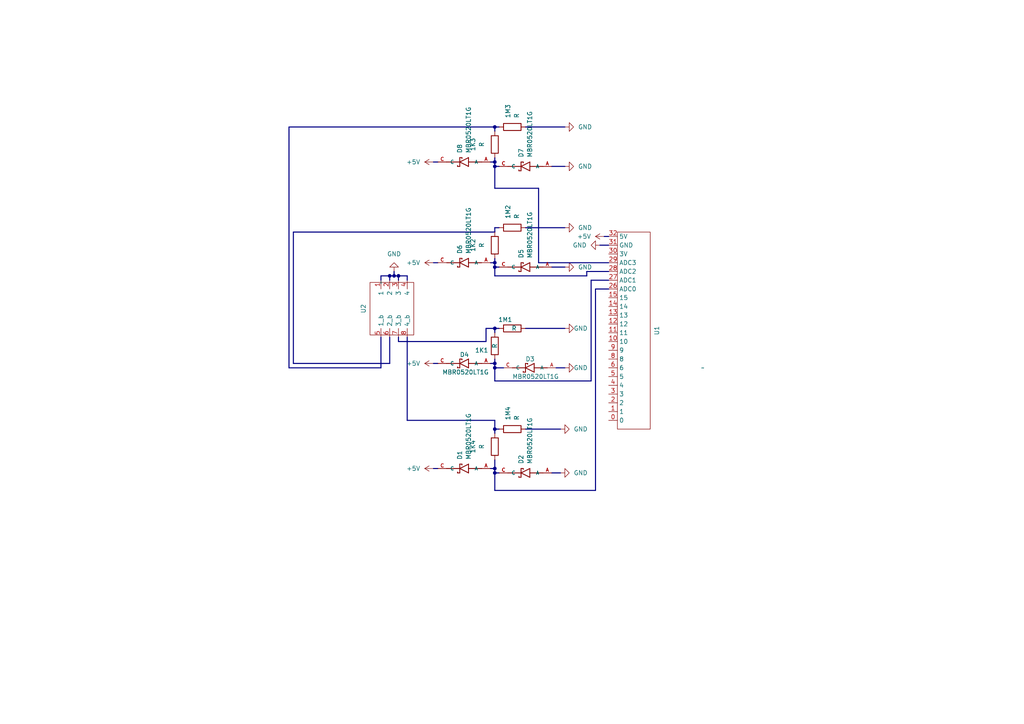
<source format=kicad_sch>
(kicad_sch (version 20230121) (generator eeschema)

  (uuid d5349b21-8d62-4bfe-9239-33fea9f6707b)

  (paper "A4")

  (lib_symbols
    (symbol "Device:R" (pin_numbers hide) (pin_names (offset 0)) (in_bom yes) (on_board yes)
      (property "Reference" "R" (at 2.032 0 90)
        (effects (font (size 1.27 1.27)))
      )
      (property "Value" "R" (at 0 0 90)
        (effects (font (size 1.27 1.27)))
      )
      (property "Footprint" "" (at -1.778 0 90)
        (effects (font (size 1.27 1.27)) hide)
      )
      (property "Datasheet" "~" (at 0 0 0)
        (effects (font (size 1.27 1.27)) hide)
      )
      (property "ki_keywords" "R res resistor" (at 0 0 0)
        (effects (font (size 1.27 1.27)) hide)
      )
      (property "ki_description" "Resistor" (at 0 0 0)
        (effects (font (size 1.27 1.27)) hide)
      )
      (property "ki_fp_filters" "R_*" (at 0 0 0)
        (effects (font (size 1.27 1.27)) hide)
      )
      (symbol "R_0_1"
        (rectangle (start -1.016 -2.54) (end 1.016 2.54)
          (stroke (width 0.254) (type default))
          (fill (type none))
        )
      )
      (symbol "R_1_1"
        (pin passive line (at 0 3.81 270) (length 1.27)
          (name "~" (effects (font (size 1.27 1.27))))
          (number "1" (effects (font (size 1.27 1.27))))
        )
        (pin passive line (at 0 -3.81 90) (length 1.27)
          (name "~" (effects (font (size 1.27 1.27))))
          (number "2" (effects (font (size 1.27 1.27))))
        )
      )
    )
    (symbol "MBR0520LT1G:MBR0520LT1G" (pin_names (offset 1.016)) (in_bom yes) (on_board yes)
      (property "Reference" "D" (at -3.5571 1.9056 0)
        (effects (font (size 1.27 1.27)) (justify left bottom))
      )
      (property "Value" "MBR0520LT1G" (at -3.5607 -3.4335 0)
        (effects (font (size 1.27 1.27)) (justify left bottom))
      )
      (property "Footprint" "MBR0520LT1G:SOD3716X135N" (at 0 0 0)
        (effects (font (size 1.27 1.27)) (justify bottom) hide)
      )
      (property "Datasheet" "" (at 0 0 0)
        (effects (font (size 1.27 1.27)) hide)
      )
      (property "MF" "ON Semiconductor" (at 0 0 0)
        (effects (font (size 1.27 1.27)) (justify bottom) hide)
      )
      (property "Description" "\n                        \n                            Diode Schottky 20 V 500mA Surface Mount SOD-123\n                        \n" (at 0 0 0)
        (effects (font (size 1.27 1.27)) (justify bottom) hide)
      )
      (property "Package" "SOD-123-2 ON Semiconductor" (at 0 0 0)
        (effects (font (size 1.27 1.27)) (justify bottom) hide)
      )
      (property "Price" "None" (at 0 0 0)
        (effects (font (size 1.27 1.27)) (justify bottom) hide)
      )
      (property "Check_prices" "https://www.snapeda.com/parts/MBR0520LT1G/Onsemi/view-part/?ref=eda" (at 0 0 0)
        (effects (font (size 1.27 1.27)) (justify bottom) hide)
      )
      (property "SnapEDA_Link" "https://www.snapeda.com/parts/MBR0520LT1G/Onsemi/view-part/?ref=snap" (at 0 0 0)
        (effects (font (size 1.27 1.27)) (justify bottom) hide)
      )
      (property "MP" "MBR0520LT1G" (at 0 0 0)
        (effects (font (size 1.27 1.27)) (justify bottom) hide)
      )
      (property "Availability" "In Stock" (at 0 0 0)
        (effects (font (size 1.27 1.27)) (justify bottom) hide)
      )
      (property "MANUFACTURER" "ON Semiconductor" (at 0 0 0)
        (effects (font (size 1.27 1.27)) (justify bottom) hide)
      )
      (symbol "MBR0520LT1G_0_0"
        (polyline
          (pts
            (xy -5.08 0)
            (xy -1.27 0)
          )
          (stroke (width 0.254) (type default))
          (fill (type none))
        )
        (polyline
          (pts
            (xy -1.27 -1.27)
            (xy 1.27 0)
          )
          (stroke (width 0.254) (type default))
          (fill (type none))
        )
        (polyline
          (pts
            (xy -1.27 0)
            (xy -1.27 -1.27)
          )
          (stroke (width 0.254) (type default))
          (fill (type none))
        )
        (polyline
          (pts
            (xy -1.27 1.27)
            (xy -1.27 0)
          )
          (stroke (width 0.254) (type default))
          (fill (type none))
        )
        (polyline
          (pts
            (xy 0.635 -1.016)
            (xy 0.635 -1.27)
          )
          (stroke (width 0.254) (type default))
          (fill (type none))
        )
        (polyline
          (pts
            (xy 1.27 -1.27)
            (xy 0.635 -1.27)
          )
          (stroke (width 0.254) (type default))
          (fill (type none))
        )
        (polyline
          (pts
            (xy 1.27 0)
            (xy -1.27 1.27)
          )
          (stroke (width 0.254) (type default))
          (fill (type none))
        )
        (polyline
          (pts
            (xy 1.27 0)
            (xy 1.27 -1.27)
          )
          (stroke (width 0.254) (type default))
          (fill (type none))
        )
        (polyline
          (pts
            (xy 1.27 0)
            (xy 5.08 0)
          )
          (stroke (width 0.254) (type default))
          (fill (type none))
        )
        (polyline
          (pts
            (xy 1.27 1.27)
            (xy 1.27 0)
          )
          (stroke (width 0.254) (type default))
          (fill (type none))
        )
        (polyline
          (pts
            (xy 1.905 1.27)
            (xy 1.27 1.27)
          )
          (stroke (width 0.254) (type default))
          (fill (type none))
        )
        (polyline
          (pts
            (xy 1.905 1.27)
            (xy 1.905 1.016)
          )
          (stroke (width 0.254) (type default))
          (fill (type none))
        )
        (pin passive line (at -7.62 0 0) (length 2.54)
          (name "A" (effects (font (size 1.016 1.016))))
          (number "A" (effects (font (size 1.016 1.016))))
        )
        (pin passive line (at 7.62 0 180) (length 2.54)
          (name "C" (effects (font (size 1.016 1.016))))
          (number "C" (effects (font (size 1.016 1.016))))
        )
      )
    )
    (symbol "power:+5V" (power) (pin_names (offset 0)) (in_bom yes) (on_board yes)
      (property "Reference" "#PWR" (at 0 -3.81 0)
        (effects (font (size 1.27 1.27)) hide)
      )
      (property "Value" "+5V" (at 0 3.556 0)
        (effects (font (size 1.27 1.27)))
      )
      (property "Footprint" "" (at 0 0 0)
        (effects (font (size 1.27 1.27)) hide)
      )
      (property "Datasheet" "" (at 0 0 0)
        (effects (font (size 1.27 1.27)) hide)
      )
      (property "ki_keywords" "global power" (at 0 0 0)
        (effects (font (size 1.27 1.27)) hide)
      )
      (property "ki_description" "Power symbol creates a global label with name \"+5V\"" (at 0 0 0)
        (effects (font (size 1.27 1.27)) hide)
      )
      (symbol "+5V_0_1"
        (polyline
          (pts
            (xy -0.762 1.27)
            (xy 0 2.54)
          )
          (stroke (width 0) (type default))
          (fill (type none))
        )
        (polyline
          (pts
            (xy 0 0)
            (xy 0 2.54)
          )
          (stroke (width 0) (type default))
          (fill (type none))
        )
        (polyline
          (pts
            (xy 0 2.54)
            (xy 0.762 1.27)
          )
          (stroke (width 0) (type default))
          (fill (type none))
        )
      )
      (symbol "+5V_1_1"
        (pin power_in line (at 0 0 90) (length 0) hide
          (name "+5V" (effects (font (size 1.27 1.27))))
          (number "1" (effects (font (size 1.27 1.27))))
        )
      )
    )
    (symbol "power:GND" (power) (pin_names (offset 0)) (in_bom yes) (on_board yes)
      (property "Reference" "#PWR" (at 0 -6.35 0)
        (effects (font (size 1.27 1.27)) hide)
      )
      (property "Value" "GND" (at 0 -3.81 0)
        (effects (font (size 1.27 1.27)))
      )
      (property "Footprint" "" (at 0 0 0)
        (effects (font (size 1.27 1.27)) hide)
      )
      (property "Datasheet" "" (at 0 0 0)
        (effects (font (size 1.27 1.27)) hide)
      )
      (property "ki_keywords" "global power" (at 0 0 0)
        (effects (font (size 1.27 1.27)) hide)
      )
      (property "ki_description" "Power symbol creates a global label with name \"GND\" , ground" (at 0 0 0)
        (effects (font (size 1.27 1.27)) hide)
      )
      (symbol "GND_0_1"
        (polyline
          (pts
            (xy 0 0)
            (xy 0 -1.27)
            (xy 1.27 -1.27)
            (xy 0 -2.54)
            (xy -1.27 -1.27)
            (xy 0 -1.27)
          )
          (stroke (width 0) (type default))
          (fill (type none))
        )
      )
      (symbol "GND_1_1"
        (pin power_in line (at 0 0 270) (length 0) hide
          (name "GND" (effects (font (size 1.27 1.27))))
          (number "1" (effects (font (size 1.27 1.27))))
        )
      )
    )
    (symbol "自作_Library:4*2pinHeader" (in_bom yes) (on_board yes)
      (property "Reference" "U" (at -0.635 8.89 0)
        (effects (font (size 1.27 1.27)))
      )
      (property "Value" "" (at 6.985 3.81 0)
        (effects (font (size 1.27 1.27)))
      )
      (property "Footprint" "" (at 6.985 3.81 0)
        (effects (font (size 1.27 1.27)) hide)
      )
      (property "Datasheet" "" (at 6.985 3.81 0)
        (effects (font (size 1.27 1.27)) hide)
      )
      (symbol "4*2pinHeader_0_1"
        (rectangle (start -8.255 6.985) (end 6.985 -5.715)
          (stroke (width 0) (type default))
          (fill (type none))
        )
      )
      (symbol "4*2pinHeader_1_1"
        (pin output line (at 7.62 3.81 180) (length 2.54)
          (name "1" (effects (font (size 1.27 1.27))))
          (number "1" (effects (font (size 1.27 1.27))))
        )
        (pin output line (at 7.62 1.27 180) (length 2.54)
          (name "2" (effects (font (size 1.27 1.27))))
          (number "2" (effects (font (size 1.27 1.27))))
        )
        (pin output line (at 7.62 -1.27 180) (length 2.54)
          (name "3" (effects (font (size 1.27 1.27))))
          (number "3" (effects (font (size 1.27 1.27))))
        )
        (pin output line (at 7.62 -3.81 180) (length 2.54)
          (name "4" (effects (font (size 1.27 1.27))))
          (number "4" (effects (font (size 1.27 1.27))))
        )
        (pin output line (at -8.89 3.81 0) (length 2.54)
          (name "1_b" (effects (font (size 1.27 1.27))))
          (number "5" (effects (font (size 1.27 1.27))))
        )
        (pin output line (at -8.89 1.27 0) (length 2.54)
          (name "2_b" (effects (font (size 1.27 1.27))))
          (number "6" (effects (font (size 1.27 1.27))))
        )
        (pin output line (at -8.89 -1.27 0) (length 2.54)
          (name "3_b" (effects (font (size 1.27 1.27))))
          (number "7" (effects (font (size 1.27 1.27))))
        )
        (pin output line (at -8.89 -3.81 0) (length 2.54)
          (name "4_b" (effects (font (size 1.27 1.27))))
          (number "8" (effects (font (size 1.27 1.27))))
        )
      )
    )
    (symbol "自作_Library:rp2040_micro_board" (in_bom yes) (on_board yes)
      (property "Reference" "U" (at 0.635 27.305 0)
        (effects (font (size 1.27 1.27)))
      )
      (property "Value" "" (at -19.685 7.62 0)
        (effects (font (size 1.27 1.27)))
      )
      (property "Footprint" "" (at -19.685 7.62 0)
        (effects (font (size 1.27 1.27)) hide)
      )
      (property "Datasheet" "" (at -19.685 7.62 0)
        (effects (font (size 1.27 1.27)) hide)
      )
      (symbol "rp2040_micro_board_0_1"
        (rectangle (start -4.445 25.4) (end 5.08 -31.75)
          (stroke (width 0) (type default))
          (fill (type none))
        )
      )
      (symbol "rp2040_micro_board_1_1"
        (pin input line (at 7.62 22.86 180) (length 2.54)
          (name "0" (effects (font (size 1.27 1.27))))
          (number "0" (effects (font (size 1.27 1.27))))
        )
        (pin input line (at 7.62 20.32 180) (length 2.54)
          (name "1" (effects (font (size 1.27 1.27))))
          (number "1" (effects (font (size 1.27 1.27))))
        )
        (pin input line (at 7.62 0 180) (length 2.54)
          (name "10" (effects (font (size 1.27 1.27))))
          (number "10" (effects (font (size 1.27 1.27))))
        )
        (pin input line (at 7.62 -2.54 180) (length 2.54)
          (name "11" (effects (font (size 1.27 1.27))))
          (number "11" (effects (font (size 1.27 1.27))))
        )
        (pin input line (at 7.62 -5.08 180) (length 2.54)
          (name "12" (effects (font (size 1.27 1.27))))
          (number "12" (effects (font (size 1.27 1.27))))
        )
        (pin input line (at 7.62 -7.62 180) (length 2.54)
          (name "13" (effects (font (size 1.27 1.27))))
          (number "13" (effects (font (size 1.27 1.27))))
        )
        (pin input line (at 7.62 -10.16 180) (length 2.54)
          (name "14" (effects (font (size 1.27 1.27))))
          (number "14" (effects (font (size 1.27 1.27))))
        )
        (pin input line (at 7.62 -12.7 180) (length 2.54)
          (name "15" (effects (font (size 1.27 1.27))))
          (number "15" (effects (font (size 1.27 1.27))))
        )
        (pin input line (at 7.62 17.78 180) (length 2.54)
          (name "2" (effects (font (size 1.27 1.27))))
          (number "2" (effects (font (size 1.27 1.27))))
        )
        (pin input line (at 7.62 -15.24 180) (length 2.54)
          (name "ADC0" (effects (font (size 1.27 1.27))))
          (number "26" (effects (font (size 1.27 1.27))))
        )
        (pin input line (at 7.62 -17.78 180) (length 2.54)
          (name "ADC1" (effects (font (size 1.27 1.27))))
          (number "27" (effects (font (size 1.27 1.27))))
        )
        (pin input line (at 7.62 -20.32 180) (length 2.54)
          (name "ADC2" (effects (font (size 1.27 1.27))))
          (number "28" (effects (font (size 1.27 1.27))))
        )
        (pin input line (at 7.62 -22.86 180) (length 2.54)
          (name "ADC3" (effects (font (size 1.27 1.27))))
          (number "29" (effects (font (size 1.27 1.27))))
        )
        (pin input line (at 7.62 15.24 180) (length 2.54)
          (name "3" (effects (font (size 1.27 1.27))))
          (number "3" (effects (font (size 1.27 1.27))))
        )
        (pin power_out line (at 7.62 -25.4 180) (length 2.54)
          (name "3V" (effects (font (size 1.27 1.27))))
          (number "30" (effects (font (size 1.27 1.27))))
        )
        (pin power_out line (at 7.62 -27.94 180) (length 2.54)
          (name "GND" (effects (font (size 1.27 1.27))))
          (number "31" (effects (font (size 1.27 1.27))))
        )
        (pin power_out line (at 7.62 -30.48 180) (length 2.54)
          (name "5V" (effects (font (size 1.27 1.27))))
          (number "32" (effects (font (size 1.27 1.27))))
        )
        (pin input line (at 7.62 12.7 180) (length 2.54)
          (name "4" (effects (font (size 1.27 1.27))))
          (number "4" (effects (font (size 1.27 1.27))))
        )
        (pin input line (at 7.62 10.16 180) (length 2.54)
          (name "5" (effects (font (size 1.27 1.27))))
          (number "5" (effects (font (size 1.27 1.27))))
        )
        (pin input line (at 7.62 7.62 180) (length 2.54)
          (name "6" (effects (font (size 1.27 1.27))))
          (number "6" (effects (font (size 1.27 1.27))))
        )
        (pin input line (at 7.62 5.08 180) (length 2.54)
          (name "8" (effects (font (size 1.27 1.27))))
          (number "8" (effects (font (size 1.27 1.27))))
        )
        (pin input line (at 7.62 2.54 180) (length 2.54)
          (name "9" (effects (font (size 1.27 1.27))))
          (number "9" (effects (font (size 1.27 1.27))))
        )
      )
    )
  )

  (junction (at 113.03 80.01) (diameter 0) (color 0 0 0 0)
    (uuid 087250be-ef96-41e7-a317-9cc175d3db3c)
  )
  (junction (at 143.51 76.2) (diameter 0) (color 0 0 0 0)
    (uuid 0ed0804d-daad-45fd-bc14-28e12f89e983)
  )
  (junction (at 115.57 80.01) (diameter 0) (color 0 0 0 0)
    (uuid 131e8b79-f78b-4b2c-ad91-d4537c13d27e)
  )
  (junction (at 143.51 95.25) (diameter 0) (color 0 0 0 0)
    (uuid 1dc2623f-9530-4e54-927b-e887455c0368)
  )
  (junction (at 143.51 105.41) (diameter 0) (color 0 0 0 0)
    (uuid 2dc994bb-747d-42da-99e4-2aa08fe18f6b)
  )
  (junction (at 143.51 77.47) (diameter 0) (color 0 0 0 0)
    (uuid 35ea7917-2320-43e5-944c-bd7daecc10ac)
  )
  (junction (at 143.51 135.89) (diameter 0) (color 0 0 0 0)
    (uuid 434083ff-a54a-4074-9f3d-533a8bf39857)
  )
  (junction (at 143.51 36.83) (diameter 0) (color 0 0 0 0)
    (uuid 618bef85-27ab-4c00-98bf-4f8a94fbaafe)
  )
  (junction (at 143.51 48.26) (diameter 0) (color 0 0 0 0)
    (uuid 6fdae7bf-3ed0-4af1-b2ee-62f597d7f578)
  )
  (junction (at 143.51 124.46) (diameter 0) (color 0 0 0 0)
    (uuid 9bc17a7f-cd66-4329-92cd-c71320798af1)
  )
  (junction (at 114.3 80.01) (diameter 0) (color 0 0 0 0)
    (uuid a9bc5f3f-a012-45d8-a408-acabc37ae0e9)
  )
  (junction (at 143.51 106.68) (diameter 0) (color 0 0 0 0)
    (uuid aaf3406f-cb40-4a37-b39a-7643b43988e7)
  )
  (junction (at 143.51 137.16) (diameter 0) (color 0 0 0 0)
    (uuid d5078fb4-0073-4c81-a28c-989ad9979b3f)
  )
  (junction (at 143.51 46.99) (diameter 0) (color 0 0 0 0)
    (uuid ed182a5e-dc0f-411a-816a-676574c2d5ff)
  )

  (bus (pts (xy 118.11 121.92) (xy 143.51 121.92))
    (stroke (width 0) (type default))
    (uuid 0073e213-9df0-4036-bed4-22b1b50c6161)
  )
  (bus (pts (xy 143.51 76.2) (xy 143.51 74.93))
    (stroke (width 0) (type default))
    (uuid 017e0caa-3dd0-4caa-8d46-06fc73e34c36)
  )
  (bus (pts (xy 143.51 110.49) (xy 143.51 106.68))
    (stroke (width 0) (type default))
    (uuid 099878de-3537-40dd-af26-0be189fa7ce6)
  )
  (bus (pts (xy 143.51 54.61) (xy 143.51 48.26))
    (stroke (width 0) (type default))
    (uuid 0ec3373c-59bb-40e3-90b8-b88a544dea3b)
  )
  (bus (pts (xy 140.97 99.06) (xy 115.57 99.06))
    (stroke (width 0) (type default))
    (uuid 133c7ba9-ec72-40d1-83dc-5b3363b0d8c0)
  )
  (bus (pts (xy 143.51 66.04) (xy 144.78 66.04))
    (stroke (width 0) (type default))
    (uuid 17896073-0e8b-43fb-be7e-c77ac5813cbf)
  )
  (bus (pts (xy 114.3 80.01) (xy 115.57 80.01))
    (stroke (width 0) (type default))
    (uuid 1ad82ad6-b181-4547-be64-3911f36e48db)
  )
  (bus (pts (xy 160.02 77.47) (xy 163.83 77.47))
    (stroke (width 0) (type default))
    (uuid 1cc273e9-50aa-4d7d-a775-1723da940e1a)
  )
  (bus (pts (xy 152.4 95.25) (xy 163.83 95.25))
    (stroke (width 0) (type default))
    (uuid 1f073e28-7f78-4806-843b-12dc7471423f)
  )
  (bus (pts (xy 143.51 36.83) (xy 83.82 36.83))
    (stroke (width 0) (type default))
    (uuid 1f560169-7e89-48d3-a4f3-4338ee4a6427)
  )
  (bus (pts (xy 118.11 81.28) (xy 118.11 80.01))
    (stroke (width 0) (type default))
    (uuid 250db9eb-74e8-4ec6-9511-afa40dadc35e)
  )
  (bus (pts (xy 171.45 110.49) (xy 143.51 110.49))
    (stroke (width 0) (type default))
    (uuid 25eb2d63-09a4-4e66-a0f8-9b0f317b40da)
  )
  (bus (pts (xy 85.09 105.41) (xy 85.09 67.31))
    (stroke (width 0) (type default))
    (uuid 29d43816-5a78-4f68-92ea-56b247985815)
  )
  (bus (pts (xy 115.57 99.06) (xy 115.57 97.79))
    (stroke (width 0) (type default))
    (uuid 2bc0044e-668e-498d-9bb0-ff2053a5675d)
  )
  (bus (pts (xy 113.03 80.01) (xy 114.3 80.01))
    (stroke (width 0) (type default))
    (uuid 323ec5f3-d282-4b0b-a2c1-c063f743a5f0)
  )
  (bus (pts (xy 170.18 80.01) (xy 170.18 78.74))
    (stroke (width 0) (type default))
    (uuid 38de29f7-587d-4b19-9504-7bf9a008f0a0)
  )
  (bus (pts (xy 152.4 124.46) (xy 162.56 124.46))
    (stroke (width 0) (type default))
    (uuid 3c8edbd5-dcb8-4fa0-b477-51a356d4f9ff)
  )
  (bus (pts (xy 173.99 71.12) (xy 176.53 71.12))
    (stroke (width 0) (type default))
    (uuid 3d683606-70d0-4e40-9096-9928836b7d4d)
  )
  (bus (pts (xy 143.51 124.46) (xy 143.51 121.92))
    (stroke (width 0) (type default))
    (uuid 40c14c14-6de5-4f2a-ab07-7ec3f6fd0f5e)
  )
  (bus (pts (xy 83.82 106.68) (xy 83.82 36.83))
    (stroke (width 0) (type default))
    (uuid 4216b6c1-cb9e-45a1-bff7-8b4306dd96a8)
  )
  (bus (pts (xy 113.03 81.28) (xy 113.03 80.01))
    (stroke (width 0) (type default))
    (uuid 42dd1347-4fa6-4a07-b335-016becea45c2)
  )
  (bus (pts (xy 125.73 135.89) (xy 127 135.89))
    (stroke (width 0) (type default))
    (uuid 49c24e40-36a1-4a0d-b491-3209bf8af7a1)
  )
  (bus (pts (xy 143.51 96.52) (xy 143.51 95.25))
    (stroke (width 0) (type default))
    (uuid 4a80923b-ef4b-4706-b846-4efcd7bb44e8)
  )
  (bus (pts (xy 115.57 80.01) (xy 118.11 80.01))
    (stroke (width 0) (type default))
    (uuid 4cd536b8-4772-4f4d-a1fa-31e56029d724)
  )
  (bus (pts (xy 85.09 105.41) (xy 113.03 105.41))
    (stroke (width 0) (type default))
    (uuid 56602a71-3a2b-4177-8567-934248b4de96)
  )
  (bus (pts (xy 110.49 81.28) (xy 110.49 80.01))
    (stroke (width 0) (type default))
    (uuid 58c701ed-9208-47a2-a7b8-db8f276418b6)
  )
  (bus (pts (xy 83.82 106.68) (xy 110.49 106.68))
    (stroke (width 0) (type default))
    (uuid 59ab756a-191c-4af1-978a-ad2afce2200c)
  )
  (bus (pts (xy 176.53 76.2) (xy 156.21 76.2))
    (stroke (width 0) (type default))
    (uuid 5ba730a2-3a5c-4b61-a576-3cf6fa5583c8)
  )
  (bus (pts (xy 176.53 83.82) (xy 172.72 83.82))
    (stroke (width 0) (type default))
    (uuid 5eaa3e23-9c07-4d1c-a505-65053d005bba)
  )
  (bus (pts (xy 143.51 142.24) (xy 172.72 142.24))
    (stroke (width 0) (type default))
    (uuid 64677757-7f27-4734-a4b7-fc0fb626ff06)
  )
  (bus (pts (xy 152.4 36.83) (xy 163.83 36.83))
    (stroke (width 0) (type default))
    (uuid 66d426d2-2da0-4860-ba66-4d0d4ba5b3e3)
  )
  (bus (pts (xy 143.51 105.41) (xy 143.51 104.14))
    (stroke (width 0) (type default))
    (uuid 66fc94af-5d48-458b-adc2-f19b92d079e9)
  )
  (bus (pts (xy 110.49 106.68) (xy 110.49 97.79))
    (stroke (width 0) (type default))
    (uuid 696de3ec-3dfa-4520-aec5-5e7bd9a48942)
  )
  (bus (pts (xy 156.21 54.61) (xy 143.51 54.61))
    (stroke (width 0) (type default))
    (uuid 6e21de3e-bf7b-4146-8e65-b8b354a3c08b)
  )
  (bus (pts (xy 143.51 77.47) (xy 143.51 76.2))
    (stroke (width 0) (type default))
    (uuid 71588a13-8bd3-4027-86c4-5771d48e347e)
  )
  (bus (pts (xy 143.51 38.1) (xy 143.51 36.83))
    (stroke (width 0) (type default))
    (uuid 71ee33c7-d9b2-415d-9a8c-b61e8e8f3c77)
  )
  (bus (pts (xy 142.24 76.2) (xy 143.51 76.2))
    (stroke (width 0) (type default))
    (uuid 71fb5ff2-3b82-4332-9c0f-2fb5d1e42e48)
  )
  (bus (pts (xy 142.24 105.41) (xy 143.51 105.41))
    (stroke (width 0) (type default))
    (uuid 733279da-aea8-493a-b66a-163909186085)
  )
  (bus (pts (xy 143.51 80.01) (xy 170.18 80.01))
    (stroke (width 0) (type default))
    (uuid 74cd4da7-58c9-4e8a-b4a0-8da9b8e027e9)
  )
  (bus (pts (xy 143.51 67.31) (xy 85.09 67.31))
    (stroke (width 0) (type default))
    (uuid 7bdca484-1d79-464a-9302-b0f1ffd3e8ba)
  )
  (bus (pts (xy 156.21 76.2) (xy 156.21 54.61))
    (stroke (width 0) (type default))
    (uuid 80b94e6a-970f-428c-85e3-d7a5b14052b3)
  )
  (bus (pts (xy 142.24 46.99) (xy 143.51 46.99))
    (stroke (width 0) (type default))
    (uuid 836acfbc-a528-4e8c-99e0-418bfb0a9307)
  )
  (bus (pts (xy 143.51 106.68) (xy 143.51 105.41))
    (stroke (width 0) (type default))
    (uuid 84f98b5f-7e1e-484b-9b5e-aec0e0a149ec)
  )
  (bus (pts (xy 143.51 135.89) (xy 143.51 133.35))
    (stroke (width 0) (type default))
    (uuid 8924c862-2936-412d-96b2-abe532dcf181)
  )
  (bus (pts (xy 143.51 137.16) (xy 143.51 142.24))
    (stroke (width 0) (type default))
    (uuid 8d7f1a35-0593-4766-a498-179007e761d8)
  )
  (bus (pts (xy 175.26 68.58) (xy 176.53 68.58))
    (stroke (width 0) (type default))
    (uuid 8e44d44b-46d3-4307-8ade-b2f03bb62aaf)
  )
  (bus (pts (xy 143.51 48.26) (xy 143.51 46.99))
    (stroke (width 0) (type default))
    (uuid 8feaa0e3-477f-4f46-a94e-647a6725091b)
  )
  (bus (pts (xy 140.97 95.25) (xy 140.97 99.06))
    (stroke (width 0) (type default))
    (uuid 93330088-2389-4e47-98b3-0a5169278713)
  )
  (bus (pts (xy 142.24 135.89) (xy 143.51 135.89))
    (stroke (width 0) (type default))
    (uuid 99bd2d46-2c17-4c16-9c8a-0be1ef6c74fb)
  )
  (bus (pts (xy 171.45 81.28) (xy 171.45 110.49))
    (stroke (width 0) (type default))
    (uuid a2c152bd-66c8-4e2b-913e-fc1aa4b52b29)
  )
  (bus (pts (xy 172.72 83.82) (xy 172.72 142.24))
    (stroke (width 0) (type default))
    (uuid a5c70fb1-dae9-4d9f-97f1-3c862883cb79)
  )
  (bus (pts (xy 125.73 76.2) (xy 127 76.2))
    (stroke (width 0) (type default))
    (uuid a5dff0d2-2822-4a54-b17d-1f6fcba7678f)
  )
  (bus (pts (xy 143.51 95.25) (xy 140.97 95.25))
    (stroke (width 0) (type default))
    (uuid a72fbfc1-1dce-4243-a0b8-e865f4a396b5)
  )
  (bus (pts (xy 113.03 105.41) (xy 113.03 97.79))
    (stroke (width 0) (type default))
    (uuid adeb9cac-aade-495c-80ce-feb0fcc3645c)
  )
  (bus (pts (xy 143.51 137.16) (xy 144.78 137.16))
    (stroke (width 0) (type default))
    (uuid b5c73fc6-2186-4cf9-8235-823fef7fc7f4)
  )
  (bus (pts (xy 114.3 78.74) (xy 114.3 80.01))
    (stroke (width 0) (type default))
    (uuid b6484bd9-821b-4c46-ae91-a22b910c1c4a)
  )
  (bus (pts (xy 143.51 106.68) (xy 146.05 106.68))
    (stroke (width 0) (type default))
    (uuid b6775264-2b83-41ec-a808-fe1297a25323)
  )
  (bus (pts (xy 143.51 46.99) (xy 143.51 45.72))
    (stroke (width 0) (type default))
    (uuid b77cc9e5-2282-4670-b737-0e26b03928a4)
  )
  (bus (pts (xy 143.51 137.16) (xy 143.51 135.89))
    (stroke (width 0) (type default))
    (uuid b7ea63b7-0290-4d84-b80d-409e78772533)
  )
  (bus (pts (xy 125.73 46.99) (xy 127 46.99))
    (stroke (width 0) (type default))
    (uuid ba431892-b494-46e1-bae0-1d534412cef6)
  )
  (bus (pts (xy 152.4 66.04) (xy 163.83 66.04))
    (stroke (width 0) (type default))
    (uuid bb0dc0a2-9fdd-4ba1-9e4e-083a31251ed4)
  )
  (bus (pts (xy 160.02 48.26) (xy 163.83 48.26))
    (stroke (width 0) (type default))
    (uuid bb8aabe7-aa08-4731-9d10-3bb412c2fdff)
  )
  (bus (pts (xy 110.49 80.01) (xy 113.03 80.01))
    (stroke (width 0) (type default))
    (uuid c1f29903-bd1b-44e4-851d-000f16331056)
  )
  (bus (pts (xy 176.53 78.74) (xy 170.18 78.74))
    (stroke (width 0) (type default))
    (uuid c82f3586-9f35-4b29-ac6d-41d85d8aad5e)
  )
  (bus (pts (xy 115.57 81.28) (xy 115.57 80.01))
    (stroke (width 0) (type default))
    (uuid c9e346d3-e14b-407f-86c5-bcd2d8157361)
  )
  (bus (pts (xy 161.29 106.68) (xy 163.83 106.68))
    (stroke (width 0) (type default))
    (uuid cf06a72d-ac2b-48a1-a780-42604f800341)
  )
  (bus (pts (xy 143.51 67.31) (xy 143.51 66.04))
    (stroke (width 0) (type default))
    (uuid d2ad88d3-4f56-4577-a395-169248e87e11)
  )
  (bus (pts (xy 125.73 105.41) (xy 127 105.41))
    (stroke (width 0) (type default))
    (uuid d44f966c-a8e9-4059-aa0e-dc550ce17714)
  )
  (bus (pts (xy 176.53 81.28) (xy 171.45 81.28))
    (stroke (width 0) (type default))
    (uuid dd06c540-3183-488b-86b1-a4c3411a6629)
  )
  (bus (pts (xy 143.51 36.83) (xy 144.78 36.83))
    (stroke (width 0) (type default))
    (uuid de28acd7-b987-4e38-8936-a09fa0819e01)
  )
  (bus (pts (xy 143.51 124.46) (xy 144.78 124.46))
    (stroke (width 0) (type default))
    (uuid e1be76b8-ae34-4d88-a846-b965bb416f5d)
  )
  (bus (pts (xy 118.11 121.92) (xy 118.11 97.79))
    (stroke (width 0) (type default))
    (uuid e6b71b73-9007-4764-98ff-e6a91a43909b)
  )
  (bus (pts (xy 143.51 125.73) (xy 143.51 124.46))
    (stroke (width 0) (type default))
    (uuid eb8389b6-4afa-43c8-a756-61893bbb402e)
  )
  (bus (pts (xy 143.51 80.01) (xy 143.51 77.47))
    (stroke (width 0) (type default))
    (uuid ec05cc20-70cf-4c1c-a368-5e2750d32999)
  )
  (bus (pts (xy 160.02 137.16) (xy 162.56 137.16))
    (stroke (width 0) (type default))
    (uuid eda18f25-eac2-4520-88a7-4b3e2c6e878d)
  )
  (bus (pts (xy 143.51 95.25) (xy 144.78 95.25))
    (stroke (width 0) (type default))
    (uuid f1fda6c1-e1cb-4fc9-a886-81bcdda69c9a)
  )
  (bus (pts (xy 143.51 48.26) (xy 144.78 48.26))
    (stroke (width 0) (type default))
    (uuid f39bf4d5-5a96-4f46-b034-6bbcbbe11c34)
  )
  (bus (pts (xy 143.51 77.47) (xy 144.78 77.47))
    (stroke (width 0) (type default))
    (uuid fab08cc9-df9f-4f56-abde-6ea57ec753a5)
  )

  (symbol (lib_id "power:GND") (at 163.83 95.25 90) (unit 1)
    (in_bom yes) (on_board yes) (dnp no)
    (uuid 0a275191-4e36-40a0-9bb7-ecd97956c71d)
    (property "Reference" "#PWR012" (at 170.18 95.25 0)
      (effects (font (size 1.27 1.27)) hide)
    )
    (property "Value" "GND" (at 166.37 95.25 90)
      (effects (font (size 1.27 1.27)) (justify right))
    )
    (property "Footprint" "" (at 163.83 95.25 0)
      (effects (font (size 1.27 1.27)) hide)
    )
    (property "Datasheet" "" (at 163.83 95.25 0)
      (effects (font (size 1.27 1.27)) hide)
    )
    (pin "1" (uuid 7126c4e6-6e41-4829-999a-e2c7310832c1))
    (instances
      (project "Rp2040_v1.1"
        (path "/d5349b21-8d62-4bfe-9239-33fea9f6707b"
          (reference "#PWR012") (unit 1)
        )
      )
    )
  )

  (symbol (lib_id "MBR0520LT1G:MBR0520LT1G") (at 153.67 106.68 180) (unit 1)
    (in_bom yes) (on_board yes) (dnp no)
    (uuid 0e41cb7f-120b-4b2f-bd25-9568bfac2940)
    (property "Reference" "D3" (at 152.4 104.14 0)
      (effects (font (size 1.27 1.27)) (justify right))
    )
    (property "Value" "MBR0520LT1G" (at 148.59 109.22 0)
      (effects (font (size 1.27 1.27)) (justify right))
    )
    (property "Footprint" "RP2040_minimal_r2:SOD3716X135N" (at 153.67 106.68 0)
      (effects (font (size 1.27 1.27)) (justify bottom) hide)
    )
    (property "Datasheet" "" (at 153.67 106.68 0)
      (effects (font (size 1.27 1.27)) hide)
    )
    (property "MF" "ON Semiconductor" (at 153.67 106.68 0)
      (effects (font (size 1.27 1.27)) (justify bottom) hide)
    )
    (property "Description" "\n                        \n                            Diode Schottky 20 V 500mA Surface Mount SOD-123\n                        \n" (at 153.67 106.68 0)
      (effects (font (size 1.27 1.27)) (justify bottom) hide)
    )
    (property "Package" "SOD-123-2 ON Semiconductor" (at 153.67 106.68 0)
      (effects (font (size 1.27 1.27)) (justify bottom) hide)
    )
    (property "Price" "None" (at 153.67 106.68 0)
      (effects (font (size 1.27 1.27)) (justify bottom) hide)
    )
    (property "Check_prices" "https://www.snapeda.com/parts/MBR0520LT1G/Onsemi/view-part/?ref=eda" (at 153.67 106.68 0)
      (effects (font (size 1.27 1.27)) (justify bottom) hide)
    )
    (property "SnapEDA_Link" "https://www.snapeda.com/parts/MBR0520LT1G/Onsemi/view-part/?ref=snap" (at 153.67 106.68 0)
      (effects (font (size 1.27 1.27)) (justify bottom) hide)
    )
    (property "MP" "MBR0520LT1G" (at 153.67 106.68 0)
      (effects (font (size 1.27 1.27)) (justify bottom) hide)
    )
    (property "Availability" "In Stock" (at 153.67 106.68 0)
      (effects (font (size 1.27 1.27)) (justify bottom) hide)
    )
    (property "MANUFACTURER" "ON Semiconductor" (at 153.67 106.68 0)
      (effects (font (size 1.27 1.27)) (justify bottom) hide)
    )
    (pin "C" (uuid 54b3f4e0-2076-409a-8933-a289234138c2))
    (pin "A" (uuid 6f88e10c-4138-49d9-8ac3-a4ce772064f7))
    (instances
      (project "Rp2040_v1.1"
        (path "/d5349b21-8d62-4bfe-9239-33fea9f6707b"
          (reference "D3") (unit 1)
        )
      )
    )
  )

  (symbol (lib_id "power:+5V") (at 125.73 46.99 90) (unit 1)
    (in_bom yes) (on_board yes) (dnp no) (fields_autoplaced)
    (uuid 195cbfde-cd0e-436d-b97d-1b7535fe2121)
    (property "Reference" "#PWR02" (at 129.54 46.99 0)
      (effects (font (size 1.27 1.27)) hide)
    )
    (property "Value" "+5V" (at 121.92 46.99 90)
      (effects (font (size 1.27 1.27)) (justify left))
    )
    (property "Footprint" "" (at 125.73 46.99 0)
      (effects (font (size 1.27 1.27)) hide)
    )
    (property "Datasheet" "" (at 125.73 46.99 0)
      (effects (font (size 1.27 1.27)) hide)
    )
    (pin "1" (uuid 4cb59e9d-a11b-4f4c-982b-89026766e5df))
    (instances
      (project "Rp2040_v1.1"
        (path "/d5349b21-8d62-4bfe-9239-33fea9f6707b"
          (reference "#PWR02") (unit 1)
        )
      )
    )
  )

  (symbol (lib_id "Device:R") (at 143.51 41.91 180) (unit 1)
    (in_bom yes) (on_board yes) (dnp no) (fields_autoplaced)
    (uuid 255a9b1a-66d2-4425-ab39-386ccb18fa85)
    (property "Reference" "1K3" (at 137.16 41.91 90)
      (effects (font (size 1.27 1.27)))
    )
    (property "Value" "R" (at 139.7 41.91 90)
      (effects (font (size 1.27 1.27)))
    )
    (property "Footprint" "Resistor_SMD:R_0805_2012Metric" (at 145.288 41.91 90)
      (effects (font (size 1.27 1.27)) hide)
    )
    (property "Datasheet" "~" (at 143.51 41.91 0)
      (effects (font (size 1.27 1.27)) hide)
    )
    (pin "2" (uuid 06c5d537-213c-4f1f-bbf6-fafb68c680ef))
    (pin "1" (uuid fb646a17-fd90-495d-926b-af28a8845fed))
    (instances
      (project "Rp2040_v1.1"
        (path "/d5349b21-8d62-4bfe-9239-33fea9f6707b"
          (reference "1K3") (unit 1)
        )
      )
    )
  )

  (symbol (lib_id "MBR0520LT1G:MBR0520LT1G") (at 134.62 46.99 180) (unit 1)
    (in_bom yes) (on_board yes) (dnp no) (fields_autoplaced)
    (uuid 2b0ea4d9-7d90-4a7d-be4e-e47974854ecd)
    (property "Reference" "D8" (at 133.35 44.45 90)
      (effects (font (size 1.27 1.27)) (justify right))
    )
    (property "Value" "MBR0520LT1G" (at 135.89 44.45 90)
      (effects (font (size 1.27 1.27)) (justify right))
    )
    (property "Footprint" "RP2040_minimal_r2:SOD3716X135N" (at 134.62 46.99 0)
      (effects (font (size 1.27 1.27)) (justify bottom) hide)
    )
    (property "Datasheet" "" (at 134.62 46.99 0)
      (effects (font (size 1.27 1.27)) hide)
    )
    (property "MF" "ON Semiconductor" (at 134.62 46.99 0)
      (effects (font (size 1.27 1.27)) (justify bottom) hide)
    )
    (property "Description" "\n                        \n                            Diode Schottky 20 V 500mA Surface Mount SOD-123\n                        \n" (at 134.62 46.99 0)
      (effects (font (size 1.27 1.27)) (justify bottom) hide)
    )
    (property "Package" "SOD-123-2 ON Semiconductor" (at 134.62 46.99 0)
      (effects (font (size 1.27 1.27)) (justify bottom) hide)
    )
    (property "Price" "None" (at 134.62 46.99 0)
      (effects (font (size 1.27 1.27)) (justify bottom) hide)
    )
    (property "Check_prices" "https://www.snapeda.com/parts/MBR0520LT1G/Onsemi/view-part/?ref=eda" (at 134.62 46.99 0)
      (effects (font (size 1.27 1.27)) (justify bottom) hide)
    )
    (property "SnapEDA_Link" "https://www.snapeda.com/parts/MBR0520LT1G/Onsemi/view-part/?ref=snap" (at 134.62 46.99 0)
      (effects (font (size 1.27 1.27)) (justify bottom) hide)
    )
    (property "MP" "MBR0520LT1G" (at 134.62 46.99 0)
      (effects (font (size 1.27 1.27)) (justify bottom) hide)
    )
    (property "Availability" "In Stock" (at 134.62 46.99 0)
      (effects (font (size 1.27 1.27)) (justify bottom) hide)
    )
    (property "MANUFACTURER" "ON Semiconductor" (at 134.62 46.99 0)
      (effects (font (size 1.27 1.27)) (justify bottom) hide)
    )
    (pin "C" (uuid 92d4dd9c-c693-4dcd-9b06-fa61889d8c90))
    (pin "A" (uuid bfd2d89c-8e37-4671-8a5c-bb35a1a95183))
    (instances
      (project "Rp2040_v1.1"
        (path "/d5349b21-8d62-4bfe-9239-33fea9f6707b"
          (reference "D8") (unit 1)
        )
      )
    )
  )

  (symbol (lib_id "MBR0520LT1G:MBR0520LT1G") (at 152.4 137.16 180) (unit 1)
    (in_bom yes) (on_board yes) (dnp no) (fields_autoplaced)
    (uuid 3f361c8a-30b8-4d31-ae32-fd92c22af334)
    (property "Reference" "D2" (at 151.13 134.62 90)
      (effects (font (size 1.27 1.27)) (justify right))
    )
    (property "Value" "MBR0520LT1G" (at 153.67 134.62 90)
      (effects (font (size 1.27 1.27)) (justify right))
    )
    (property "Footprint" "RP2040_minimal_r2:SOD3716X135N" (at 152.4 137.16 0)
      (effects (font (size 1.27 1.27)) (justify bottom) hide)
    )
    (property "Datasheet" "" (at 152.4 137.16 0)
      (effects (font (size 1.27 1.27)) hide)
    )
    (property "MF" "ON Semiconductor" (at 152.4 137.16 0)
      (effects (font (size 1.27 1.27)) (justify bottom) hide)
    )
    (property "Description" "\n                        \n                            Diode Schottky 20 V 500mA Surface Mount SOD-123\n                        \n" (at 152.4 137.16 0)
      (effects (font (size 1.27 1.27)) (justify bottom) hide)
    )
    (property "Package" "SOD-123-2 ON Semiconductor" (at 152.4 137.16 0)
      (effects (font (size 1.27 1.27)) (justify bottom) hide)
    )
    (property "Price" "None" (at 152.4 137.16 0)
      (effects (font (size 1.27 1.27)) (justify bottom) hide)
    )
    (property "Check_prices" "https://www.snapeda.com/parts/MBR0520LT1G/Onsemi/view-part/?ref=eda" (at 152.4 137.16 0)
      (effects (font (size 1.27 1.27)) (justify bottom) hide)
    )
    (property "SnapEDA_Link" "https://www.snapeda.com/parts/MBR0520LT1G/Onsemi/view-part/?ref=snap" (at 152.4 137.16 0)
      (effects (font (size 1.27 1.27)) (justify bottom) hide)
    )
    (property "MP" "MBR0520LT1G" (at 152.4 137.16 0)
      (effects (font (size 1.27 1.27)) (justify bottom) hide)
    )
    (property "Availability" "In Stock" (at 152.4 137.16 0)
      (effects (font (size 1.27 1.27)) (justify bottom) hide)
    )
    (property "MANUFACTURER" "ON Semiconductor" (at 152.4 137.16 0)
      (effects (font (size 1.27 1.27)) (justify bottom) hide)
    )
    (pin "C" (uuid b9035420-63cf-40c5-95af-55193e0fa133))
    (pin "A" (uuid 104132c9-971b-4754-9d5c-6780f91aed52))
    (instances
      (project "Rp2040_v1.1"
        (path "/d5349b21-8d62-4bfe-9239-33fea9f6707b"
          (reference "D2") (unit 1)
        )
      )
    )
  )

  (symbol (lib_id "自作_Library:4*2pinHeader") (at 114.3 88.9 90) (unit 1)
    (in_bom yes) (on_board yes) (dnp no) (fields_autoplaced)
    (uuid 440bd656-5efb-4116-9603-b7014f3bbf5d)
    (property "Reference" "U2" (at 105.41 89.535 0)
      (effects (font (size 1.27 1.27)))
    )
    (property "Value" "~" (at 110.49 81.915 0)
      (effects (font (size 1.27 1.27)))
    )
    (property "Footprint" "Library 自作:PinHeader_2x4_P2.54mm" (at 110.49 81.915 0)
      (effects (font (size 1.27 1.27)) hide)
    )
    (property "Datasheet" "" (at 110.49 81.915 0)
      (effects (font (size 1.27 1.27)) hide)
    )
    (pin "1" (uuid 9306b67b-addf-450e-bf4f-17ed5d460f1e))
    (pin "4" (uuid 70f5aa65-098b-4c59-a282-456a0de2ec93))
    (pin "2" (uuid 44423fd3-3c96-4ff1-b4db-447f0d9c2f21))
    (pin "3" (uuid 23ccfd1c-579e-4dfb-9499-6a5addb59a59))
    (pin "7" (uuid 59da5bec-295b-4c23-b3a4-4c1474ff0749))
    (pin "5" (uuid bdbd06b2-fd39-48bb-9f64-a227fd0bf207))
    (pin "6" (uuid 03ce9f9f-07c8-4a64-8d7b-0c4520d669d6))
    (pin "8" (uuid 5950d253-91a7-4623-9490-ba3b516a8ecb))
    (instances
      (project "Rp2040_v1.1"
        (path "/d5349b21-8d62-4bfe-9239-33fea9f6707b"
          (reference "U2") (unit 1)
        )
      )
    )
  )

  (symbol (lib_id "power:GND") (at 162.56 137.16 90) (unit 1)
    (in_bom yes) (on_board yes) (dnp no) (fields_autoplaced)
    (uuid 4767472d-f48c-45d4-b042-54d8868cd1c4)
    (property "Reference" "#PWR015" (at 168.91 137.16 0)
      (effects (font (size 1.27 1.27)) hide)
    )
    (property "Value" "GND" (at 166.37 137.16 90)
      (effects (font (size 1.27 1.27)) (justify right))
    )
    (property "Footprint" "" (at 162.56 137.16 0)
      (effects (font (size 1.27 1.27)) hide)
    )
    (property "Datasheet" "" (at 162.56 137.16 0)
      (effects (font (size 1.27 1.27)) hide)
    )
    (pin "1" (uuid 03ec44e7-5fc0-48a6-b500-967785d4ebf9))
    (instances
      (project "Rp2040_v1.1"
        (path "/d5349b21-8d62-4bfe-9239-33fea9f6707b"
          (reference "#PWR015") (unit 1)
        )
      )
    )
  )

  (symbol (lib_id "power:GND") (at 163.83 66.04 90) (unit 1)
    (in_bom yes) (on_board yes) (dnp no) (fields_autoplaced)
    (uuid 4c5ece3f-23a6-41ee-989e-a5215f3dc670)
    (property "Reference" "#PWR010" (at 170.18 66.04 0)
      (effects (font (size 1.27 1.27)) hide)
    )
    (property "Value" "GND" (at 167.64 66.04 90)
      (effects (font (size 1.27 1.27)) (justify right))
    )
    (property "Footprint" "" (at 163.83 66.04 0)
      (effects (font (size 1.27 1.27)) hide)
    )
    (property "Datasheet" "" (at 163.83 66.04 0)
      (effects (font (size 1.27 1.27)) hide)
    )
    (pin "1" (uuid b2aa5e3f-a194-4546-a3a0-48e84cb8dff7))
    (instances
      (project "Rp2040_v1.1"
        (path "/d5349b21-8d62-4bfe-9239-33fea9f6707b"
          (reference "#PWR010") (unit 1)
        )
      )
    )
  )

  (symbol (lib_id "power:+5V") (at 125.73 76.2 90) (unit 1)
    (in_bom yes) (on_board yes) (dnp no) (fields_autoplaced)
    (uuid 5c8924a0-11b4-4f70-a4fc-689f18f9468e)
    (property "Reference" "#PWR03" (at 129.54 76.2 0)
      (effects (font (size 1.27 1.27)) hide)
    )
    (property "Value" "+5V" (at 121.92 76.2 90)
      (effects (font (size 1.27 1.27)) (justify left))
    )
    (property "Footprint" "" (at 125.73 76.2 0)
      (effects (font (size 1.27 1.27)) hide)
    )
    (property "Datasheet" "" (at 125.73 76.2 0)
      (effects (font (size 1.27 1.27)) hide)
    )
    (pin "1" (uuid e86492e8-d3e9-402f-aa49-5b8aeefb3300))
    (instances
      (project "Rp2040_v1.1"
        (path "/d5349b21-8d62-4bfe-9239-33fea9f6707b"
          (reference "#PWR03") (unit 1)
        )
      )
    )
  )

  (symbol (lib_id "Device:R") (at 148.59 124.46 90) (unit 1)
    (in_bom yes) (on_board yes) (dnp no) (fields_autoplaced)
    (uuid 75a34d07-8d14-47be-8f1e-2ae1713d18d9)
    (property "Reference" "1M4" (at 147.32 121.92 0)
      (effects (font (size 1.27 1.27)) (justify left))
    )
    (property "Value" "R" (at 149.86 121.92 0)
      (effects (font (size 1.27 1.27)) (justify left))
    )
    (property "Footprint" "Resistor_SMD:R_0805_2012Metric" (at 148.59 126.238 90)
      (effects (font (size 1.27 1.27)) hide)
    )
    (property "Datasheet" "~" (at 148.59 124.46 0)
      (effects (font (size 1.27 1.27)) hide)
    )
    (pin "2" (uuid 5dc17bb6-75dc-4e96-b1f0-3122e49e62b4))
    (pin "1" (uuid 3c291f4f-10e4-4024-b163-20fae4e889d4))
    (instances
      (project "Rp2040_v1.1"
        (path "/d5349b21-8d62-4bfe-9239-33fea9f6707b"
          (reference "1M4") (unit 1)
        )
      )
    )
  )

  (symbol (lib_id "power:GND") (at 163.83 48.26 90) (unit 1)
    (in_bom yes) (on_board yes) (dnp no) (fields_autoplaced)
    (uuid 77807d2b-c5a6-4ed2-98be-934bd0995659)
    (property "Reference" "#PWR09" (at 170.18 48.26 0)
      (effects (font (size 1.27 1.27)) hide)
    )
    (property "Value" "GND" (at 167.64 48.26 90)
      (effects (font (size 1.27 1.27)) (justify right))
    )
    (property "Footprint" "" (at 163.83 48.26 0)
      (effects (font (size 1.27 1.27)) hide)
    )
    (property "Datasheet" "" (at 163.83 48.26 0)
      (effects (font (size 1.27 1.27)) hide)
    )
    (pin "1" (uuid 66a985f5-42dc-4128-88a0-537f51662e92))
    (instances
      (project "Rp2040_v1.1"
        (path "/d5349b21-8d62-4bfe-9239-33fea9f6707b"
          (reference "#PWR09") (unit 1)
        )
      )
    )
  )

  (symbol (lib_id "power:GND") (at 114.3 78.74 180) (unit 1)
    (in_bom yes) (on_board yes) (dnp no) (fields_autoplaced)
    (uuid 7a712722-ea70-4315-a7b3-33451ff3dacd)
    (property "Reference" "#PWR06" (at 114.3 72.39 0)
      (effects (font (size 1.27 1.27)) hide)
    )
    (property "Value" "GND" (at 114.3 73.66 0)
      (effects (font (size 1.27 1.27)))
    )
    (property "Footprint" "" (at 114.3 78.74 0)
      (effects (font (size 1.27 1.27)) hide)
    )
    (property "Datasheet" "" (at 114.3 78.74 0)
      (effects (font (size 1.27 1.27)) hide)
    )
    (pin "1" (uuid 76dd8f4c-3579-44e9-a77a-b555726e7392))
    (instances
      (project "Rp2040_v1.1"
        (path "/d5349b21-8d62-4bfe-9239-33fea9f6707b"
          (reference "#PWR06") (unit 1)
        )
      )
    )
  )

  (symbol (lib_id "power:GND") (at 163.83 36.83 90) (unit 1)
    (in_bom yes) (on_board yes) (dnp no) (fields_autoplaced)
    (uuid 7ad82766-5810-41a0-957f-dd6e34f1a80e)
    (property "Reference" "#PWR08" (at 170.18 36.83 0)
      (effects (font (size 1.27 1.27)) hide)
    )
    (property "Value" "GND" (at 167.64 36.83 90)
      (effects (font (size 1.27 1.27)) (justify right))
    )
    (property "Footprint" "" (at 163.83 36.83 0)
      (effects (font (size 1.27 1.27)) hide)
    )
    (property "Datasheet" "" (at 163.83 36.83 0)
      (effects (font (size 1.27 1.27)) hide)
    )
    (pin "1" (uuid 9012d226-f525-4633-964a-ae2ed39bfb9a))
    (instances
      (project "Rp2040_v1.1"
        (path "/d5349b21-8d62-4bfe-9239-33fea9f6707b"
          (reference "#PWR08") (unit 1)
        )
      )
    )
  )

  (symbol (lib_id "自作_Library:rp2040_micro_board") (at 184.15 99.06 180) (unit 1)
    (in_bom yes) (on_board yes) (dnp no) (fields_autoplaced)
    (uuid 803fba1a-7c7d-450d-a627-59737c1e6913)
    (property "Reference" "U1" (at 190.5 95.885 90)
      (effects (font (size 1.27 1.27)))
    )
    (property "Value" "~" (at 203.835 106.68 0)
      (effects (font (size 1.27 1.27)))
    )
    (property "Footprint" "Library 自作:rp2040_micro_board" (at 203.835 106.68 0)
      (effects (font (size 1.27 1.27)) hide)
    )
    (property "Datasheet" "" (at 203.835 106.68 0)
      (effects (font (size 1.27 1.27)) hide)
    )
    (pin "10" (uuid c4f885d3-fb0f-45c1-a6e8-04335a413cda))
    (pin "6" (uuid 81f0d79d-79a4-4a39-bd4c-5f21e78daa94))
    (pin "8" (uuid 1938540f-ac18-40bd-b992-f79d785fb9a5))
    (pin "27" (uuid 9cfde526-a43b-4d72-9d2a-7228509e2206))
    (pin "13" (uuid 25c049bd-2379-4ebc-9bc5-320916a041a4))
    (pin "0" (uuid 6f1cad42-72b0-4c19-a719-c69b4310a109))
    (pin "15" (uuid 1dfbdbaa-c42c-4389-b23d-b8a49dba9b88))
    (pin "26" (uuid 66ff22c5-9151-40ed-8d44-4b133aeae940))
    (pin "9" (uuid 515353dc-60bf-46ec-b4e1-3d276bf45488))
    (pin "2" (uuid 3ba34921-1f2b-4954-a51c-7263dfa3d56c))
    (pin "12" (uuid ae05f3ed-ad07-41e3-b2d9-e2cab868b4d3))
    (pin "14" (uuid 5694f70e-d1ab-4c9e-8a94-0e391e810fe5))
    (pin "28" (uuid 13102423-90f3-46dc-aa88-ed429066b03a))
    (pin "1" (uuid 29d42887-e0d5-45e5-be90-2a7e6c3d6e87))
    (pin "3" (uuid 25495b66-f6a8-4580-8558-447e9f11b220))
    (pin "30" (uuid b4c29427-b1a6-4796-a181-c5ba61215015))
    (pin "31" (uuid 2dbda527-c5f5-43c0-b928-f24ec808bdeb))
    (pin "11" (uuid b8e79e6a-932b-49b9-b549-d004e73e49be))
    (pin "4" (uuid fe584950-aa13-40db-89c5-a7bd8b0ba851))
    (pin "5" (uuid 6b3150a8-8526-492d-857e-3376d4c28f48))
    (pin "29" (uuid 0f876f6c-eec7-42ea-bd19-470ab2c55e16))
    (pin "32" (uuid b9c86548-8de8-42bb-b2a8-0c93eef44b39))
    (instances
      (project "Rp2040_v1.1"
        (path "/d5349b21-8d62-4bfe-9239-33fea9f6707b"
          (reference "U1") (unit 1)
        )
      )
    )
  )

  (symbol (lib_id "MBR0520LT1G:MBR0520LT1G") (at 134.62 76.2 180) (unit 1)
    (in_bom yes) (on_board yes) (dnp no) (fields_autoplaced)
    (uuid 81752362-610d-45bc-9b6b-c422ba3d3e01)
    (property "Reference" "D6" (at 133.35 73.66 90)
      (effects (font (size 1.27 1.27)) (justify right))
    )
    (property "Value" "MBR0520LT1G" (at 135.89 73.66 90)
      (effects (font (size 1.27 1.27)) (justify right))
    )
    (property "Footprint" "RP2040_minimal_r2:SOD3716X135N" (at 134.62 76.2 0)
      (effects (font (size 1.27 1.27)) (justify bottom) hide)
    )
    (property "Datasheet" "" (at 134.62 76.2 0)
      (effects (font (size 1.27 1.27)) hide)
    )
    (property "MF" "ON Semiconductor" (at 134.62 76.2 0)
      (effects (font (size 1.27 1.27)) (justify bottom) hide)
    )
    (property "Description" "\n                        \n                            Diode Schottky 20 V 500mA Surface Mount SOD-123\n                        \n" (at 134.62 76.2 0)
      (effects (font (size 1.27 1.27)) (justify bottom) hide)
    )
    (property "Package" "SOD-123-2 ON Semiconductor" (at 134.62 76.2 0)
      (effects (font (size 1.27 1.27)) (justify bottom) hide)
    )
    (property "Price" "None" (at 134.62 76.2 0)
      (effects (font (size 1.27 1.27)) (justify bottom) hide)
    )
    (property "Check_prices" "https://www.snapeda.com/parts/MBR0520LT1G/Onsemi/view-part/?ref=eda" (at 134.62 76.2 0)
      (effects (font (size 1.27 1.27)) (justify bottom) hide)
    )
    (property "SnapEDA_Link" "https://www.snapeda.com/parts/MBR0520LT1G/Onsemi/view-part/?ref=snap" (at 134.62 76.2 0)
      (effects (font (size 1.27 1.27)) (justify bottom) hide)
    )
    (property "MP" "MBR0520LT1G" (at 134.62 76.2 0)
      (effects (font (size 1.27 1.27)) (justify bottom) hide)
    )
    (property "Availability" "In Stock" (at 134.62 76.2 0)
      (effects (font (size 1.27 1.27)) (justify bottom) hide)
    )
    (property "MANUFACTURER" "ON Semiconductor" (at 134.62 76.2 0)
      (effects (font (size 1.27 1.27)) (justify bottom) hide)
    )
    (pin "C" (uuid 5af6fd70-d045-4d71-aa1f-9b9614f92c53))
    (pin "A" (uuid 42c47e5a-2b01-4efc-b4ae-edc6aab8449e))
    (instances
      (project "Rp2040_v1.1"
        (path "/d5349b21-8d62-4bfe-9239-33fea9f6707b"
          (reference "D6") (unit 1)
        )
      )
    )
  )

  (symbol (lib_id "power:+5V") (at 125.73 105.41 90) (unit 1)
    (in_bom yes) (on_board yes) (dnp no) (fields_autoplaced)
    (uuid 86d4fb29-0ce4-4533-8a87-45646d84e91d)
    (property "Reference" "#PWR04" (at 129.54 105.41 0)
      (effects (font (size 1.27 1.27)) hide)
    )
    (property "Value" "+5V" (at 121.92 105.41 90)
      (effects (font (size 1.27 1.27)) (justify left))
    )
    (property "Footprint" "" (at 125.73 105.41 0)
      (effects (font (size 1.27 1.27)) hide)
    )
    (property "Datasheet" "" (at 125.73 105.41 0)
      (effects (font (size 1.27 1.27)) hide)
    )
    (pin "1" (uuid 53312d21-2f5e-42c1-87ef-7a37774d4925))
    (instances
      (project "Rp2040_v1.1"
        (path "/d5349b21-8d62-4bfe-9239-33fea9f6707b"
          (reference "#PWR04") (unit 1)
        )
      )
    )
  )

  (symbol (lib_id "Device:R") (at 148.59 95.25 90) (unit 1)
    (in_bom yes) (on_board yes) (dnp no)
    (uuid 8906ad31-fa90-4f96-b52b-abb1b34e022e)
    (property "Reference" "1M1" (at 148.59 92.71 90)
      (effects (font (size 1.27 1.27)) (justify left))
    )
    (property "Value" "R" (at 149.86 95.25 90)
      (effects (font (size 1.27 1.27)) (justify left))
    )
    (property "Footprint" "Resistor_SMD:R_0805_2012Metric" (at 148.59 97.028 90)
      (effects (font (size 1.27 1.27)) hide)
    )
    (property "Datasheet" "~" (at 148.59 95.25 0)
      (effects (font (size 1.27 1.27)) hide)
    )
    (pin "2" (uuid 9e3da274-1c28-46ce-b2c8-4a7164f6265e))
    (pin "1" (uuid 9430d05c-f5ef-4a60-b8bc-bdcb04fdb50e))
    (instances
      (project "Rp2040_v1.1"
        (path "/d5349b21-8d62-4bfe-9239-33fea9f6707b"
          (reference "1M1") (unit 1)
        )
      )
    )
  )

  (symbol (lib_id "Device:R") (at 143.51 129.54 180) (unit 1)
    (in_bom yes) (on_board yes) (dnp no) (fields_autoplaced)
    (uuid 8a093842-fc22-4d0f-8966-e28ecc45f139)
    (property "Reference" "1K4" (at 137.16 129.54 90)
      (effects (font (size 1.27 1.27)))
    )
    (property "Value" "R" (at 139.7 129.54 90)
      (effects (font (size 1.27 1.27)))
    )
    (property "Footprint" "Resistor_SMD:R_0805_2012Metric" (at 145.288 129.54 90)
      (effects (font (size 1.27 1.27)) hide)
    )
    (property "Datasheet" "~" (at 143.51 129.54 0)
      (effects (font (size 1.27 1.27)) hide)
    )
    (pin "2" (uuid 8822316a-fbd0-4ccf-b449-d3596bfd2b4f))
    (pin "1" (uuid 34ce3162-8688-4788-bef2-5c9836e48ccb))
    (instances
      (project "Rp2040_v1.1"
        (path "/d5349b21-8d62-4bfe-9239-33fea9f6707b"
          (reference "1K4") (unit 1)
        )
      )
    )
  )

  (symbol (lib_id "power:+5V") (at 175.26 68.58 90) (unit 1)
    (in_bom yes) (on_board yes) (dnp no) (fields_autoplaced)
    (uuid 8a8b2cc8-28b4-4797-ba2b-0e5c95a8e0a4)
    (property "Reference" "#PWR01" (at 179.07 68.58 0)
      (effects (font (size 1.27 1.27)) hide)
    )
    (property "Value" "+5V" (at 171.45 68.58 90)
      (effects (font (size 1.27 1.27)) (justify left))
    )
    (property "Footprint" "" (at 175.26 68.58 0)
      (effects (font (size 1.27 1.27)) hide)
    )
    (property "Datasheet" "" (at 175.26 68.58 0)
      (effects (font (size 1.27 1.27)) hide)
    )
    (pin "1" (uuid 47f9ae01-4c93-49a6-b45a-78c9b9f86ee1))
    (instances
      (project "Rp2040_v1.1"
        (path "/d5349b21-8d62-4bfe-9239-33fea9f6707b"
          (reference "#PWR01") (unit 1)
        )
      )
    )
  )

  (symbol (lib_id "Device:R") (at 143.51 100.33 180) (unit 1)
    (in_bom yes) (on_board yes) (dnp no)
    (uuid 8ec6ba33-85c4-4f1f-b9cf-391915bad6fc)
    (property "Reference" "1K1" (at 139.7 101.6 0)
      (effects (font (size 1.27 1.27)))
    )
    (property "Value" "R" (at 143.51 100.33 90)
      (effects (font (size 1.27 1.27)))
    )
    (property "Footprint" "Resistor_SMD:R_0805_2012Metric" (at 145.288 100.33 90)
      (effects (font (size 1.27 1.27)) hide)
    )
    (property "Datasheet" "~" (at 143.51 100.33 0)
      (effects (font (size 1.27 1.27)) hide)
    )
    (pin "2" (uuid 95a3b824-91bb-4c14-9934-07a0837f5db8))
    (pin "1" (uuid 4c3250fb-e183-4430-bece-ce53bf3ad9fd))
    (instances
      (project "Rp2040_v1.1"
        (path "/d5349b21-8d62-4bfe-9239-33fea9f6707b"
          (reference "1K1") (unit 1)
        )
      )
    )
  )

  (symbol (lib_id "Device:R") (at 148.59 36.83 90) (unit 1)
    (in_bom yes) (on_board yes) (dnp no) (fields_autoplaced)
    (uuid 900cbc8b-699c-4581-8c56-9acb723021cc)
    (property "Reference" "1M3" (at 147.32 34.29 0)
      (effects (font (size 1.27 1.27)) (justify left))
    )
    (property "Value" "R" (at 149.86 34.29 0)
      (effects (font (size 1.27 1.27)) (justify left))
    )
    (property "Footprint" "Resistor_SMD:R_0805_2012Metric" (at 148.59 38.608 90)
      (effects (font (size 1.27 1.27)) hide)
    )
    (property "Datasheet" "~" (at 148.59 36.83 0)
      (effects (font (size 1.27 1.27)) hide)
    )
    (pin "2" (uuid e951b456-de69-40c6-a2fa-96ee2d6b7017))
    (pin "1" (uuid d3957505-2664-4613-aedb-1da56047940b))
    (instances
      (project "Rp2040_v1.1"
        (path "/d5349b21-8d62-4bfe-9239-33fea9f6707b"
          (reference "1M3") (unit 1)
        )
      )
    )
  )

  (symbol (lib_id "MBR0520LT1G:MBR0520LT1G") (at 152.4 48.26 180) (unit 1)
    (in_bom yes) (on_board yes) (dnp no) (fields_autoplaced)
    (uuid ad67be9f-8f3a-4628-9fc9-54b32930603f)
    (property "Reference" "D7" (at 151.13 45.72 90)
      (effects (font (size 1.27 1.27)) (justify right))
    )
    (property "Value" "MBR0520LT1G" (at 153.67 45.72 90)
      (effects (font (size 1.27 1.27)) (justify right))
    )
    (property "Footprint" "RP2040_minimal_r2:SOD3716X135N" (at 152.4 48.26 0)
      (effects (font (size 1.27 1.27)) (justify bottom) hide)
    )
    (property "Datasheet" "" (at 152.4 48.26 0)
      (effects (font (size 1.27 1.27)) hide)
    )
    (property "MF" "ON Semiconductor" (at 152.4 48.26 0)
      (effects (font (size 1.27 1.27)) (justify bottom) hide)
    )
    (property "Description" "\n                        \n                            Diode Schottky 20 V 500mA Surface Mount SOD-123\n                        \n" (at 152.4 48.26 0)
      (effects (font (size 1.27 1.27)) (justify bottom) hide)
    )
    (property "Package" "SOD-123-2 ON Semiconductor" (at 152.4 48.26 0)
      (effects (font (size 1.27 1.27)) (justify bottom) hide)
    )
    (property "Price" "None" (at 152.4 48.26 0)
      (effects (font (size 1.27 1.27)) (justify bottom) hide)
    )
    (property "Check_prices" "https://www.snapeda.com/parts/MBR0520LT1G/Onsemi/view-part/?ref=eda" (at 152.4 48.26 0)
      (effects (font (size 1.27 1.27)) (justify bottom) hide)
    )
    (property "SnapEDA_Link" "https://www.snapeda.com/parts/MBR0520LT1G/Onsemi/view-part/?ref=snap" (at 152.4 48.26 0)
      (effects (font (size 1.27 1.27)) (justify bottom) hide)
    )
    (property "MP" "MBR0520LT1G" (at 152.4 48.26 0)
      (effects (font (size 1.27 1.27)) (justify bottom) hide)
    )
    (property "Availability" "In Stock" (at 152.4 48.26 0)
      (effects (font (size 1.27 1.27)) (justify bottom) hide)
    )
    (property "MANUFACTURER" "ON Semiconductor" (at 152.4 48.26 0)
      (effects (font (size 1.27 1.27)) (justify bottom) hide)
    )
    (pin "C" (uuid a6436086-c3a6-473b-8898-cb901283e148))
    (pin "A" (uuid 140ce6b9-5ea7-4954-957c-66b935126d74))
    (instances
      (project "Rp2040_v1.1"
        (path "/d5349b21-8d62-4bfe-9239-33fea9f6707b"
          (reference "D7") (unit 1)
        )
      )
    )
  )

  (symbol (lib_id "power:GND") (at 163.83 106.68 90) (unit 1)
    (in_bom yes) (on_board yes) (dnp no)
    (uuid af53ba46-c9b6-498c-b6ce-7d09ba47e38d)
    (property "Reference" "#PWR013" (at 170.18 106.68 0)
      (effects (font (size 1.27 1.27)) hide)
    )
    (property "Value" "GND" (at 166.37 106.68 90)
      (effects (font (size 1.27 1.27)) (justify right))
    )
    (property "Footprint" "" (at 163.83 106.68 0)
      (effects (font (size 1.27 1.27)) hide)
    )
    (property "Datasheet" "" (at 163.83 106.68 0)
      (effects (font (size 1.27 1.27)) hide)
    )
    (pin "1" (uuid f4600259-2ffe-4f6e-8f32-4f089124eaf7))
    (instances
      (project "Rp2040_v1.1"
        (path "/d5349b21-8d62-4bfe-9239-33fea9f6707b"
          (reference "#PWR013") (unit 1)
        )
      )
    )
  )

  (symbol (lib_id "power:GND") (at 173.99 71.12 270) (unit 1)
    (in_bom yes) (on_board yes) (dnp no) (fields_autoplaced)
    (uuid b6c5904f-e891-4c5c-a31e-6d424d87147c)
    (property "Reference" "#PWR07" (at 167.64 71.12 0)
      (effects (font (size 1.27 1.27)) hide)
    )
    (property "Value" "GND" (at 170.18 71.12 90)
      (effects (font (size 1.27 1.27)) (justify right))
    )
    (property "Footprint" "" (at 173.99 71.12 0)
      (effects (font (size 1.27 1.27)) hide)
    )
    (property "Datasheet" "" (at 173.99 71.12 0)
      (effects (font (size 1.27 1.27)) hide)
    )
    (pin "1" (uuid 012fcbe8-d132-4320-a889-c75386e8128c))
    (instances
      (project "Rp2040_v1.1"
        (path "/d5349b21-8d62-4bfe-9239-33fea9f6707b"
          (reference "#PWR07") (unit 1)
        )
      )
    )
  )

  (symbol (lib_id "Device:R") (at 143.51 71.12 180) (unit 1)
    (in_bom yes) (on_board yes) (dnp no) (fields_autoplaced)
    (uuid c4b990d0-198b-4a6c-917a-7fa9499c7d75)
    (property "Reference" "1K2" (at 137.16 71.12 90)
      (effects (font (size 1.27 1.27)))
    )
    (property "Value" "R" (at 139.7 71.12 90)
      (effects (font (size 1.27 1.27)))
    )
    (property "Footprint" "Resistor_SMD:R_0805_2012Metric" (at 145.288 71.12 90)
      (effects (font (size 1.27 1.27)) hide)
    )
    (property "Datasheet" "~" (at 143.51 71.12 0)
      (effects (font (size 1.27 1.27)) hide)
    )
    (pin "2" (uuid 795ba0c9-89a5-4092-9655-eaabd51d963e))
    (pin "1" (uuid f4811dfd-8ce2-4b2f-beaa-64575971ee5d))
    (instances
      (project "Rp2040_v1.1"
        (path "/d5349b21-8d62-4bfe-9239-33fea9f6707b"
          (reference "1K2") (unit 1)
        )
      )
    )
  )

  (symbol (lib_id "Device:R") (at 148.59 66.04 90) (unit 1)
    (in_bom yes) (on_board yes) (dnp no) (fields_autoplaced)
    (uuid c937d396-9352-484b-9cae-c340436d2719)
    (property "Reference" "1M2" (at 147.32 63.5 0)
      (effects (font (size 1.27 1.27)) (justify left))
    )
    (property "Value" "R" (at 149.86 63.5 0)
      (effects (font (size 1.27 1.27)) (justify left))
    )
    (property "Footprint" "Resistor_SMD:R_0805_2012Metric" (at 148.59 67.818 90)
      (effects (font (size 1.27 1.27)) hide)
    )
    (property "Datasheet" "~" (at 148.59 66.04 0)
      (effects (font (size 1.27 1.27)) hide)
    )
    (pin "2" (uuid 64c7e849-3e98-4f2c-8da2-2a13c530de14))
    (pin "1" (uuid de1702ec-882e-4fdc-8efc-8b316c99b6ee))
    (instances
      (project "Rp2040_v1.1"
        (path "/d5349b21-8d62-4bfe-9239-33fea9f6707b"
          (reference "1M2") (unit 1)
        )
      )
    )
  )

  (symbol (lib_id "power:+5V") (at 125.73 135.89 90) (unit 1)
    (in_bom yes) (on_board yes) (dnp no) (fields_autoplaced)
    (uuid d6f1a6e1-8752-4fae-81d2-f6ca7fa311a5)
    (property "Reference" "#PWR05" (at 129.54 135.89 0)
      (effects (font (size 1.27 1.27)) hide)
    )
    (property "Value" "+5V" (at 121.92 135.89 90)
      (effects (font (size 1.27 1.27)) (justify left))
    )
    (property "Footprint" "" (at 125.73 135.89 0)
      (effects (font (size 1.27 1.27)) hide)
    )
    (property "Datasheet" "" (at 125.73 135.89 0)
      (effects (font (size 1.27 1.27)) hide)
    )
    (pin "1" (uuid a06be9ba-f1b9-4b7d-a7c1-eb6a0d2ede2b))
    (instances
      (project "Rp2040_v1.1"
        (path "/d5349b21-8d62-4bfe-9239-33fea9f6707b"
          (reference "#PWR05") (unit 1)
        )
      )
    )
  )

  (symbol (lib_id "MBR0520LT1G:MBR0520LT1G") (at 134.62 105.41 180) (unit 1)
    (in_bom yes) (on_board yes) (dnp no)
    (uuid db236a5a-fcd4-4142-8d9e-e289d9dc9280)
    (property "Reference" "D4" (at 133.35 102.87 0)
      (effects (font (size 1.27 1.27)) (justify right))
    )
    (property "Value" "MBR0520LT1G" (at 128.27 107.95 0)
      (effects (font (size 1.27 1.27)) (justify right))
    )
    (property "Footprint" "RP2040_minimal_r2:SOD3716X135N" (at 134.62 105.41 0)
      (effects (font (size 1.27 1.27)) (justify bottom) hide)
    )
    (property "Datasheet" "" (at 134.62 105.41 0)
      (effects (font (size 1.27 1.27)) hide)
    )
    (property "MF" "ON Semiconductor" (at 134.62 105.41 0)
      (effects (font (size 1.27 1.27)) (justify bottom) hide)
    )
    (property "Description" "\n                        \n                            Diode Schottky 20 V 500mA Surface Mount SOD-123\n                        \n" (at 134.62 105.41 0)
      (effects (font (size 1.27 1.27)) (justify bottom) hide)
    )
    (property "Package" "SOD-123-2 ON Semiconductor" (at 134.62 105.41 0)
      (effects (font (size 1.27 1.27)) (justify bottom) hide)
    )
    (property "Price" "None" (at 134.62 105.41 0)
      (effects (font (size 1.27 1.27)) (justify bottom) hide)
    )
    (property "Check_prices" "https://www.snapeda.com/parts/MBR0520LT1G/Onsemi/view-part/?ref=eda" (at 134.62 105.41 0)
      (effects (font (size 1.27 1.27)) (justify bottom) hide)
    )
    (property "SnapEDA_Link" "https://www.snapeda.com/parts/MBR0520LT1G/Onsemi/view-part/?ref=snap" (at 134.62 105.41 0)
      (effects (font (size 1.27 1.27)) (justify bottom) hide)
    )
    (property "MP" "MBR0520LT1G" (at 134.62 105.41 0)
      (effects (font (size 1.27 1.27)) (justify bottom) hide)
    )
    (property "Availability" "In Stock" (at 134.62 105.41 0)
      (effects (font (size 1.27 1.27)) (justify bottom) hide)
    )
    (property "MANUFACTURER" "ON Semiconductor" (at 134.62 105.41 0)
      (effects (font (size 1.27 1.27)) (justify bottom) hide)
    )
    (pin "C" (uuid 13315f7d-02a9-4b9a-a37b-bc431873d0ba))
    (pin "A" (uuid 9f7d2a53-b7e6-4659-aa59-3ae88e757c5d))
    (instances
      (project "Rp2040_v1.1"
        (path "/d5349b21-8d62-4bfe-9239-33fea9f6707b"
          (reference "D4") (unit 1)
        )
      )
    )
  )

  (symbol (lib_id "power:GND") (at 162.56 124.46 90) (unit 1)
    (in_bom yes) (on_board yes) (dnp no) (fields_autoplaced)
    (uuid e5efdb65-4493-4094-8673-ead84db095e7)
    (property "Reference" "#PWR014" (at 168.91 124.46 0)
      (effects (font (size 1.27 1.27)) hide)
    )
    (property "Value" "GND" (at 166.37 124.46 90)
      (effects (font (size 1.27 1.27)) (justify right))
    )
    (property "Footprint" "" (at 162.56 124.46 0)
      (effects (font (size 1.27 1.27)) hide)
    )
    (property "Datasheet" "" (at 162.56 124.46 0)
      (effects (font (size 1.27 1.27)) hide)
    )
    (pin "1" (uuid b6ded4ce-558b-447b-901c-0d71204441e9))
    (instances
      (project "Rp2040_v1.1"
        (path "/d5349b21-8d62-4bfe-9239-33fea9f6707b"
          (reference "#PWR014") (unit 1)
        )
      )
    )
  )

  (symbol (lib_id "power:GND") (at 163.83 77.47 90) (unit 1)
    (in_bom yes) (on_board yes) (dnp no) (fields_autoplaced)
    (uuid eeec9b0d-4ada-451c-aadc-e95e53d3f833)
    (property "Reference" "#PWR011" (at 170.18 77.47 0)
      (effects (font (size 1.27 1.27)) hide)
    )
    (property "Value" "GND" (at 167.64 77.47 90)
      (effects (font (size 1.27 1.27)) (justify right))
    )
    (property "Footprint" "" (at 163.83 77.47 0)
      (effects (font (size 1.27 1.27)) hide)
    )
    (property "Datasheet" "" (at 163.83 77.47 0)
      (effects (font (size 1.27 1.27)) hide)
    )
    (pin "1" (uuid 4c532daf-5493-4199-a22c-1505ace0aec2))
    (instances
      (project "Rp2040_v1.1"
        (path "/d5349b21-8d62-4bfe-9239-33fea9f6707b"
          (reference "#PWR011") (unit 1)
        )
      )
    )
  )

  (symbol (lib_id "MBR0520LT1G:MBR0520LT1G") (at 134.62 135.89 180) (unit 1)
    (in_bom yes) (on_board yes) (dnp no) (fields_autoplaced)
    (uuid f1c04762-06cd-4d7d-bfbb-fd4cb63c2602)
    (property "Reference" "D1" (at 133.35 133.35 90)
      (effects (font (size 1.27 1.27)) (justify right))
    )
    (property "Value" "MBR0520LT1G" (at 135.89 133.35 90)
      (effects (font (size 1.27 1.27)) (justify right))
    )
    (property "Footprint" "RP2040_minimal_r2:SOD3716X135N" (at 134.62 135.89 0)
      (effects (font (size 1.27 1.27)) (justify bottom) hide)
    )
    (property "Datasheet" "" (at 134.62 135.89 0)
      (effects (font (size 1.27 1.27)) hide)
    )
    (property "MF" "ON Semiconductor" (at 134.62 135.89 0)
      (effects (font (size 1.27 1.27)) (justify bottom) hide)
    )
    (property "Description" "\n                        \n                            Diode Schottky 20 V 500mA Surface Mount SOD-123\n                        \n" (at 134.62 135.89 0)
      (effects (font (size 1.27 1.27)) (justify bottom) hide)
    )
    (property "Package" "SOD-123-2 ON Semiconductor" (at 134.62 135.89 0)
      (effects (font (size 1.27 1.27)) (justify bottom) hide)
    )
    (property "Price" "None" (at 134.62 135.89 0)
      (effects (font (size 1.27 1.27)) (justify bottom) hide)
    )
    (property "Check_prices" "https://www.snapeda.com/parts/MBR0520LT1G/Onsemi/view-part/?ref=eda" (at 134.62 135.89 0)
      (effects (font (size 1.27 1.27)) (justify bottom) hide)
    )
    (property "SnapEDA_Link" "https://www.snapeda.com/parts/MBR0520LT1G/Onsemi/view-part/?ref=snap" (at 134.62 135.89 0)
      (effects (font (size 1.27 1.27)) (justify bottom) hide)
    )
    (property "MP" "MBR0520LT1G" (at 134.62 135.89 0)
      (effects (font (size 1.27 1.27)) (justify bottom) hide)
    )
    (property "Availability" "In Stock" (at 134.62 135.89 0)
      (effects (font (size 1.27 1.27)) (justify bottom) hide)
    )
    (property "MANUFACTURER" "ON Semiconductor" (at 134.62 135.89 0)
      (effects (font (size 1.27 1.27)) (justify bottom) hide)
    )
    (pin "C" (uuid d81ea712-b7e1-4a3e-b07c-3bc7439630c5))
    (pin "A" (uuid 2514fa8a-a655-482e-b2df-281ba2e358b8))
    (instances
      (project "Rp2040_v1.1"
        (path "/d5349b21-8d62-4bfe-9239-33fea9f6707b"
          (reference "D1") (unit 1)
        )
      )
    )
  )

  (symbol (lib_id "MBR0520LT1G:MBR0520LT1G") (at 152.4 77.47 180) (unit 1)
    (in_bom yes) (on_board yes) (dnp no) (fields_autoplaced)
    (uuid f42134fe-ff3e-4de5-a824-df1ddb772a78)
    (property "Reference" "D5" (at 151.13 74.93 90)
      (effects (font (size 1.27 1.27)) (justify right))
    )
    (property "Value" "MBR0520LT1G" (at 153.67 74.93 90)
      (effects (font (size 1.27 1.27)) (justify right))
    )
    (property "Footprint" "RP2040_minimal_r2:SOD3716X135N" (at 152.4 77.47 0)
      (effects (font (size 1.27 1.27)) (justify bottom) hide)
    )
    (property "Datasheet" "" (at 152.4 77.47 0)
      (effects (font (size 1.27 1.27)) hide)
    )
    (property "MF" "ON Semiconductor" (at 152.4 77.47 0)
      (effects (font (size 1.27 1.27)) (justify bottom) hide)
    )
    (property "Description" "\n                        \n                            Diode Schottky 20 V 500mA Surface Mount SOD-123\n                        \n" (at 152.4 77.47 0)
      (effects (font (size 1.27 1.27)) (justify bottom) hide)
    )
    (property "Package" "SOD-123-2 ON Semiconductor" (at 152.4 77.47 0)
      (effects (font (size 1.27 1.27)) (justify bottom) hide)
    )
    (property "Price" "None" (at 152.4 77.47 0)
      (effects (font (size 1.27 1.27)) (justify bottom) hide)
    )
    (property "Check_prices" "https://www.snapeda.com/parts/MBR0520LT1G/Onsemi/view-part/?ref=eda" (at 152.4 77.47 0)
      (effects (font (size 1.27 1.27)) (justify bottom) hide)
    )
    (property "SnapEDA_Link" "https://www.snapeda.com/parts/MBR0520LT1G/Onsemi/view-part/?ref=snap" (at 152.4 77.47 0)
      (effects (font (size 1.27 1.27)) (justify bottom) hide)
    )
    (property "MP" "MBR0520LT1G" (at 152.4 77.47 0)
      (effects (font (size 1.27 1.27)) (justify bottom) hide)
    )
    (property "Availability" "In Stock" (at 152.4 77.47 0)
      (effects (font (size 1.27 1.27)) (justify bottom) hide)
    )
    (property "MANUFACTURER" "ON Semiconductor" (at 152.4 77.47 0)
      (effects (font (size 1.27 1.27)) (justify bottom) hide)
    )
    (pin "C" (uuid cc91285c-7cac-41f7-9ce9-dff531d26639))
    (pin "A" (uuid 97aa0196-c8f4-48a6-843d-b03217b9e3a4))
    (instances
      (project "Rp2040_v1.1"
        (path "/d5349b21-8d62-4bfe-9239-33fea9f6707b"
          (reference "D5") (unit 1)
        )
      )
    )
  )

  (sheet_instances
    (path "/" (page "1"))
  )
)

</source>
